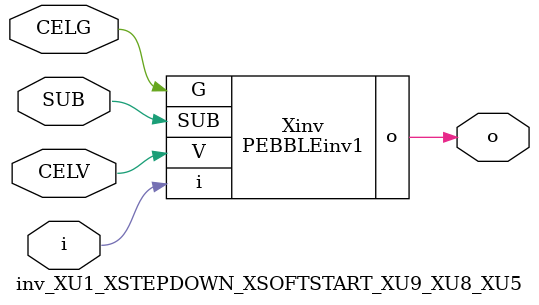
<source format=v>



module PEBBLEinv1 ( o, G, SUB, V, i );

  input V;
  input i;
  input G;
  output o;
  input SUB;
endmodule

//Celera Confidential Do Not Copy inv_XU1_XSTEPDOWN_XSOFTSTART_XU9_XU8_XU5
//Celera Confidential Symbol Generator
//5V Inverter
module inv_XU1_XSTEPDOWN_XSOFTSTART_XU9_XU8_XU5 (CELV,CELG,i,o,SUB);
input CELV;
input CELG;
input i;
input SUB;
output o;

//Celera Confidential Do Not Copy inv
PEBBLEinv1 Xinv(
.V (CELV),
.i (i),
.o (o),
.SUB (SUB),
.G (CELG)
);
//,diesize,PEBBLEinv1

//Celera Confidential Do Not Copy Module End
//Celera Schematic Generator
endmodule

</source>
